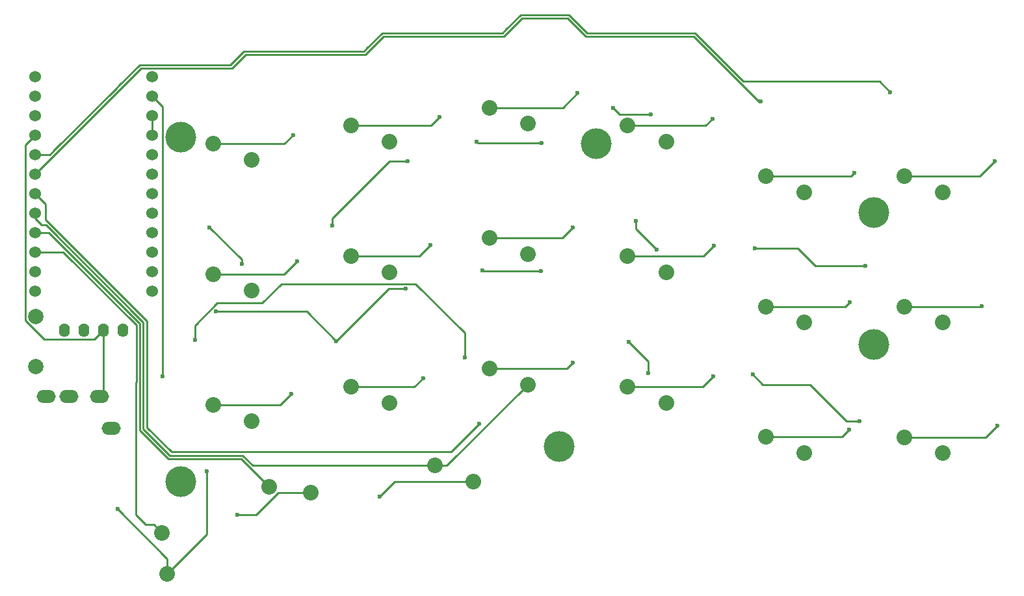
<source format=gtl>
G04 #@! TF.GenerationSoftware,KiCad,Pcbnew,(7.0.0-0)*
G04 #@! TF.CreationDate,2023-04-28T12:14:34+03:00*
G04 #@! TF.ProjectId,chococorne,63686f63-6f63-46f7-926e-652e6b696361,2.1*
G04 #@! TF.SameCoordinates,Original*
G04 #@! TF.FileFunction,Copper,L1,Top*
G04 #@! TF.FilePolarity,Positive*
%FSLAX46Y46*%
G04 Gerber Fmt 4.6, Leading zero omitted, Abs format (unit mm)*
G04 Created by KiCad (PCBNEW (7.0.0-0)) date 2023-04-28 12:14:34*
%MOMM*%
%LPD*%
G01*
G04 APERTURE LIST*
G04 #@! TA.AperFunction,ComponentPad*
%ADD10C,2.032000*%
G04 #@! TD*
G04 #@! TA.AperFunction,ComponentPad*
%ADD11C,4.000000*%
G04 #@! TD*
G04 #@! TA.AperFunction,ComponentPad*
%ADD12C,2.000000*%
G04 #@! TD*
G04 #@! TA.AperFunction,ComponentPad*
%ADD13O,1.397000X1.778000*%
G04 #@! TD*
G04 #@! TA.AperFunction,ComponentPad*
%ADD14C,1.524000*%
G04 #@! TD*
G04 #@! TA.AperFunction,ComponentPad*
%ADD15O,2.500000X1.700000*%
G04 #@! TD*
G04 #@! TA.AperFunction,ViaPad*
%ADD16C,0.600000*%
G04 #@! TD*
G04 #@! TA.AperFunction,Conductor*
%ADD17C,0.250000*%
G04 #@! TD*
G04 APERTURE END LIST*
D10*
X202712500Y-111620000D03*
X207712500Y-113720000D03*
X232812500Y-103455000D03*
X227812500Y-101355000D03*
X181135468Y-114411038D03*
X186508617Y-115145387D03*
X250812500Y-93010000D03*
X245812500Y-90910000D03*
D11*
X218902500Y-109180000D03*
X259852500Y-95820000D03*
X259852500Y-78680000D03*
D12*
X150692500Y-92210000D03*
X150692500Y-98710000D03*
D11*
X169582500Y-68830000D03*
X223722000Y-69700000D03*
D10*
X167172050Y-120370000D03*
X167853397Y-125750127D03*
X232812500Y-69450000D03*
X227812500Y-67350000D03*
X178812500Y-71830000D03*
X173812500Y-69730000D03*
X196812500Y-86450000D03*
X191812500Y-84350000D03*
X214812500Y-67090000D03*
X209812500Y-64990000D03*
X178812500Y-105830000D03*
X173812500Y-103730000D03*
X268812500Y-93010000D03*
X263812500Y-90910000D03*
D13*
X162077499Y-93969999D03*
X159537499Y-93969999D03*
X156997499Y-93969999D03*
X154457499Y-93969999D03*
D10*
X214812500Y-101080000D03*
X209812500Y-98980000D03*
D14*
X150648900Y-60962000D03*
X150648900Y-63502000D03*
X150648900Y-66042000D03*
X150648900Y-68582000D03*
X150648900Y-71122000D03*
X150648900Y-73662000D03*
X150648900Y-76202000D03*
X150648900Y-78742000D03*
X150648900Y-81282000D03*
X150648900Y-83822000D03*
X150648900Y-86362000D03*
X150648900Y-88902000D03*
X165868900Y-88902000D03*
X165868900Y-86362000D03*
X165868900Y-83822000D03*
X165868900Y-81282000D03*
X165868900Y-78742000D03*
X165868900Y-76202000D03*
X165868900Y-73662000D03*
X165868900Y-71122000D03*
X165868900Y-68582000D03*
X165868900Y-66042000D03*
X165868900Y-63502000D03*
X165868900Y-60962000D03*
D10*
X178812500Y-88830000D03*
X173812500Y-86730000D03*
X268812500Y-110030000D03*
X263812500Y-107930000D03*
X196812500Y-69450000D03*
X191812500Y-67350000D03*
X250812500Y-76010000D03*
X245812500Y-73910000D03*
X209812500Y-81980000D03*
X214812500Y-84080000D03*
X268812500Y-76010000D03*
X263812500Y-73910000D03*
D15*
X159062499Y-102599999D03*
X155062499Y-102599999D03*
X152062499Y-102599999D03*
X160562499Y-106799999D03*
D10*
X196812500Y-103455000D03*
X191812500Y-101355000D03*
X250812500Y-110015000D03*
X245812500Y-107915000D03*
D11*
X169582500Y-113730000D03*
D10*
X232812500Y-86450000D03*
X227812500Y-84350000D03*
D16*
X258780000Y-85580990D03*
X225870000Y-65000990D03*
X273880000Y-90890990D03*
X275920000Y-106410990D03*
X167210000Y-99960990D03*
X275580000Y-71960990D03*
X173000000Y-112400990D03*
X262000000Y-62970990D03*
X245160000Y-64170990D03*
X208470000Y-106200990D03*
X177010000Y-118050990D03*
X161360000Y-117300990D03*
X220650000Y-98240990D03*
X201180000Y-100210990D03*
X184020000Y-102260990D03*
X195530000Y-115670990D03*
X220650000Y-80610990D03*
X202130000Y-82860990D03*
X184770000Y-85030990D03*
X256660000Y-106950990D03*
X238960000Y-100010990D03*
X174160000Y-91530990D03*
X238820000Y-66450990D03*
X171450000Y-95240990D03*
X206580000Y-97560990D03*
X221260000Y-63120990D03*
X203290000Y-66250990D03*
X184230000Y-68560990D03*
X256730000Y-90340990D03*
X239030000Y-82990990D03*
X228913000Y-79770990D03*
X257340000Y-73460990D03*
X216470000Y-86300990D03*
X198900000Y-88590990D03*
X258000000Y-105880990D03*
X230460000Y-99570990D03*
X189870000Y-95410990D03*
X208870000Y-86230990D03*
X244080000Y-99780990D03*
X227950000Y-95550990D03*
X177530000Y-85370990D03*
X189360000Y-80350990D03*
X173370000Y-80630990D03*
X244370000Y-83290990D03*
X231600000Y-83500990D03*
X216620000Y-69590990D03*
X208150000Y-69450990D03*
X230820000Y-65860990D03*
X199120000Y-71960990D03*
D17*
X200209951Y-87950990D02*
X182709010Y-87950990D01*
X174377106Y-90430000D02*
X171450000Y-93357106D01*
X182709010Y-87950990D02*
X180230000Y-90430000D01*
X206580000Y-94321039D02*
X200209951Y-87950990D01*
X180230000Y-90430000D02*
X174377106Y-90430000D01*
X171450000Y-93357106D02*
X171450000Y-95240990D01*
X206580000Y-97560990D02*
X206580000Y-94321039D01*
X256160990Y-90910000D02*
X256730000Y-90340990D01*
X245812500Y-90910000D02*
X256160990Y-90910000D01*
X237670990Y-84350000D02*
X239030000Y-82990990D01*
X227812500Y-84350000D02*
X237670990Y-84350000D01*
X219280990Y-81980000D02*
X220650000Y-80610990D01*
X209812500Y-81980000D02*
X219280990Y-81980000D01*
X191812500Y-84350000D02*
X200640990Y-84350000D01*
X200640990Y-84350000D02*
X202130000Y-82860990D01*
X173812500Y-86730000D02*
X183070990Y-86730000D01*
X183070990Y-86730000D02*
X184770000Y-85030990D01*
X245812500Y-107915000D02*
X255695990Y-107915000D01*
X255695990Y-107915000D02*
X256660000Y-106950990D01*
X227812500Y-101355000D02*
X237615990Y-101355000D01*
X237615990Y-101355000D02*
X238960000Y-100010990D01*
X219910990Y-98980000D02*
X220650000Y-98240990D01*
X209812500Y-98980000D02*
X219910990Y-98980000D01*
X191812500Y-101355000D02*
X200035990Y-101355000D01*
X200035990Y-101355000D02*
X201180000Y-100210990D01*
X173812500Y-103730000D02*
X182550990Y-103730000D01*
X182550990Y-103730000D02*
X184020000Y-102260990D01*
X237920990Y-67350000D02*
X238820000Y-66450990D01*
X227812500Y-67350000D02*
X237920990Y-67350000D01*
X209812500Y-64990000D02*
X219390990Y-64990000D01*
X219390990Y-64990000D02*
X221260000Y-63120990D01*
X191812500Y-67350000D02*
X202190990Y-67350000D01*
X202190990Y-67350000D02*
X203290000Y-66250990D01*
X173812500Y-69730000D02*
X183060990Y-69730000D01*
X183060990Y-69730000D02*
X184230000Y-68560990D01*
X176079454Y-59425000D02*
X176616732Y-58887722D01*
X195849454Y-55275000D02*
X197170000Y-55275000D01*
X153126757Y-70547747D02*
X161213514Y-62460990D01*
X150648900Y-71122000D02*
X152552504Y-71122000D01*
X236575546Y-55275000D02*
X242871536Y-61570990D01*
X152552504Y-71122000D02*
X153126757Y-70547747D01*
X234590000Y-55275000D02*
X236575546Y-55275000D01*
X214035850Y-53365000D02*
X219984010Y-53365000D01*
X176265850Y-59875000D02*
X178035850Y-58105000D01*
X193655850Y-58105000D02*
X196035850Y-55725000D01*
X196035850Y-55725000D02*
X211675850Y-55725000D01*
X164435900Y-59875000D02*
X176265850Y-59875000D01*
X150648900Y-73662000D02*
X164435900Y-59875000D01*
X178035850Y-58105000D02*
X193655850Y-58105000D01*
X244835140Y-64170990D02*
X245160000Y-64170990D01*
X222344010Y-55725000D02*
X236389150Y-55725000D01*
X236389150Y-55725000D02*
X244835140Y-64170990D01*
X211675850Y-55725000D02*
X214035850Y-53365000D01*
X219984010Y-53365000D02*
X222344010Y-55725000D01*
X165180000Y-106648198D02*
X165180000Y-92771802D01*
X152010000Y-79601802D02*
X152010000Y-77563100D01*
X165180000Y-92771802D02*
X152010000Y-79601802D01*
X152010000Y-77563100D02*
X150648900Y-76202000D01*
X208470000Y-106200990D02*
X204820000Y-109850990D01*
X204820000Y-109850990D02*
X168382792Y-109850990D01*
X168382792Y-109850990D02*
X165180000Y-106648198D01*
X207712500Y-113720000D02*
X197480990Y-113720000D01*
X197480990Y-113720000D02*
X195530000Y-115670990D01*
X182297580Y-115145387D02*
X179391977Y-118050990D01*
X179391977Y-118050990D02*
X177010000Y-118050990D01*
X186508617Y-115145387D02*
X182297580Y-115145387D01*
X167853397Y-125750127D02*
X167853397Y-123794387D01*
X173000000Y-112400990D02*
X173000000Y-120603524D01*
X173000000Y-120603524D02*
X167853397Y-125750127D01*
X167853397Y-123794387D02*
X161360000Y-117300990D01*
X165868900Y-66042000D02*
X165868900Y-68582000D01*
X149367500Y-69863400D02*
X149367500Y-92758490D01*
X158323500Y-95184000D02*
X159537500Y-93970000D01*
X151793010Y-95184000D02*
X158323500Y-95184000D01*
X149367500Y-92758490D02*
X151793010Y-95184000D01*
X159537500Y-93970000D02*
X159537500Y-102125000D01*
X150648900Y-68582000D02*
X149367500Y-69863400D01*
X159537500Y-102125000D02*
X159062500Y-102600000D01*
X246410000Y-61570990D02*
X260600000Y-61570990D01*
X193861732Y-57262722D02*
X195849454Y-55275000D01*
X222530406Y-55275000D02*
X224290000Y-55275000D01*
X234174010Y-55275000D02*
X234590000Y-55275000D01*
X242871536Y-61570990D02*
X246410000Y-61570990D01*
X213849454Y-52915000D02*
X216540000Y-52915000D01*
X193469454Y-57655000D02*
X193861732Y-57262722D01*
X197170000Y-55275000D02*
X211489454Y-55275000D01*
X176616732Y-58887722D02*
X177849454Y-57655000D01*
X224290000Y-55275000D02*
X234174010Y-55275000D01*
X164249504Y-59425000D02*
X165530000Y-59425000D01*
X211976732Y-54787722D02*
X213849454Y-52915000D01*
X165530000Y-59425000D02*
X176079454Y-59425000D01*
X220170406Y-52915000D02*
X221418198Y-54162792D01*
X161213514Y-62460990D02*
X161591757Y-62082747D01*
X216540000Y-52915000D02*
X220170406Y-52915000D01*
X179400000Y-57655000D02*
X193469454Y-57655000D01*
X211489454Y-55275000D02*
X211976732Y-54787722D01*
X177849454Y-57655000D02*
X179400000Y-57655000D01*
X260600000Y-61570990D02*
X262000000Y-62970990D01*
X221418198Y-54162792D02*
X222530406Y-55275000D01*
X161591757Y-62082747D02*
X164249504Y-59425000D01*
X163816000Y-100774990D02*
X163800000Y-100790990D01*
X154321010Y-83822000D02*
X163816000Y-93316990D01*
X163816000Y-93316990D02*
X163816000Y-100774990D01*
X163800000Y-118070990D02*
X165070000Y-119340990D01*
X150648900Y-83822000D02*
X154321010Y-83822000D01*
X165070000Y-119340990D02*
X166143040Y-119340990D01*
X166143040Y-119340990D02*
X167172050Y-120370000D01*
X163800000Y-100790990D02*
X163800000Y-118070990D01*
X167210000Y-64843100D02*
X167210000Y-99960990D01*
X165868900Y-63502000D02*
X167210000Y-64843100D01*
X263812500Y-73910000D02*
X273630990Y-73910000D01*
X273630990Y-73910000D02*
X275580000Y-71960990D01*
X263812500Y-90910000D02*
X273860990Y-90910000D01*
X273860990Y-90910000D02*
X273880000Y-90890990D01*
X263812500Y-107930000D02*
X274400990Y-107930000D01*
X274400990Y-107930000D02*
X275920000Y-106410990D01*
X164730000Y-106834594D02*
X168196396Y-110300990D01*
X202712500Y-111620000D02*
X204272500Y-111620000D01*
X151480000Y-80280990D02*
X152052792Y-80280990D01*
X164730000Y-92958198D02*
X164730000Y-106834594D01*
X150648900Y-79449890D02*
X151480000Y-80280990D01*
X168196396Y-110300990D02*
X177661816Y-110300990D01*
X177661816Y-110300990D02*
X178980826Y-111620000D01*
X204272500Y-111620000D02*
X214812500Y-101080000D01*
X152052792Y-80280990D02*
X164730000Y-92958198D01*
X150648900Y-78742000D02*
X150648900Y-79449890D01*
X178980826Y-111620000D02*
X202712500Y-111620000D01*
X150648900Y-81282000D02*
X152417406Y-81282000D01*
X164280000Y-93144594D02*
X164280000Y-106960990D01*
X168010000Y-110750990D02*
X177475420Y-110750990D01*
X164250000Y-106990990D02*
X168010000Y-110750990D01*
X152417406Y-81282000D02*
X164280000Y-93144594D01*
X164280000Y-106960990D02*
X164250000Y-106990990D01*
X177475420Y-110750990D02*
X181135468Y-114411038D01*
X177530000Y-84790990D02*
X173370000Y-80630990D01*
X177530000Y-85370990D02*
X177530000Y-84790990D01*
X231600000Y-83500990D02*
X228913000Y-80813990D01*
X252238489Y-85580990D02*
X249948489Y-83290990D01*
X199120000Y-71960990D02*
X196799860Y-71960990D01*
X216620000Y-69590990D02*
X208290000Y-69590990D01*
X249948489Y-83290990D02*
X244370000Y-83290990D01*
X258780000Y-85580990D02*
X252238489Y-85580990D01*
X256890990Y-73910000D02*
X257340000Y-73460990D01*
X245812500Y-73910000D02*
X256890990Y-73910000D01*
X258000000Y-105880990D02*
X256344806Y-105880990D01*
X245370000Y-101070990D02*
X244080000Y-99780990D01*
X246660000Y-101070990D02*
X245370000Y-101070990D01*
X185990000Y-91530990D02*
X189870000Y-95410990D01*
X216470000Y-86300990D02*
X208940000Y-86300990D01*
X256344806Y-105880990D02*
X251534806Y-101070990D01*
X196690000Y-88590990D02*
X189870000Y-95410990D01*
X198900000Y-88590990D02*
X196690000Y-88590990D01*
X230460000Y-98060990D02*
X227950000Y-95550990D01*
X230460000Y-99570990D02*
X230460000Y-98060990D01*
X251534806Y-101070990D02*
X246660000Y-101070990D01*
X208940000Y-86300990D02*
X208870000Y-86230990D01*
X174160000Y-91530990D02*
X185990000Y-91530990D01*
X230820000Y-65860990D02*
X226730000Y-65860990D01*
X226730000Y-65860990D02*
X225870000Y-65000990D01*
X196799860Y-71960990D02*
X189360000Y-79400850D01*
X208290000Y-69590990D02*
X208150000Y-69450990D01*
X228913000Y-80813990D02*
X228913000Y-79770990D01*
X189360000Y-79400850D02*
X189360000Y-80350990D01*
M02*

</source>
